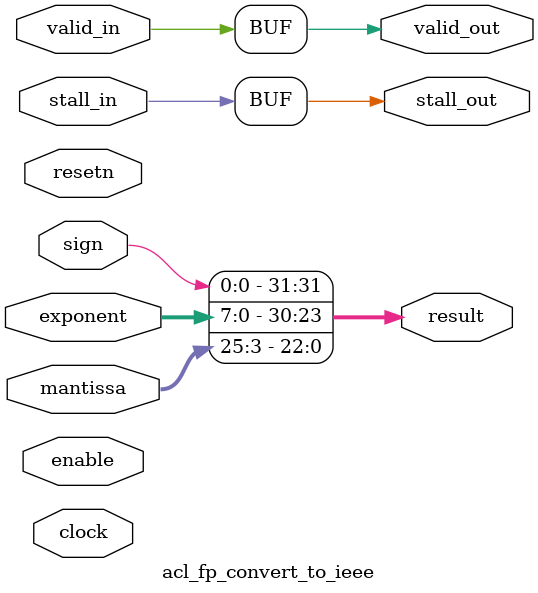
<source format=v>
    


module acl_fp_convert_to_ieee(clock, resetn, mantissa, exponent, sign, result, valid_in, valid_out, stall_in, stall_out, enable);
  input clock, resetn;
  input [26:0] mantissa;
  input [8:0] exponent;
  input sign;
  output [31:0] result;
  input valid_in, stall_in, enable;
  output valid_out, stall_out;
  
  parameter FINITE_MATH_ONLY = 1;
  
  assign valid_out = valid_in;
  assign stall_out = stall_in;
  
  generate
    if (FINITE_MATH_ONLY == 0)
      assign result = {sign, {8{exponent[8]}} | exponent[7:0], mantissa[25:3]};
    else
      assign result = {sign, exponent[7:0], mantissa[25:3]};
  endgenerate
endmodule

</source>
